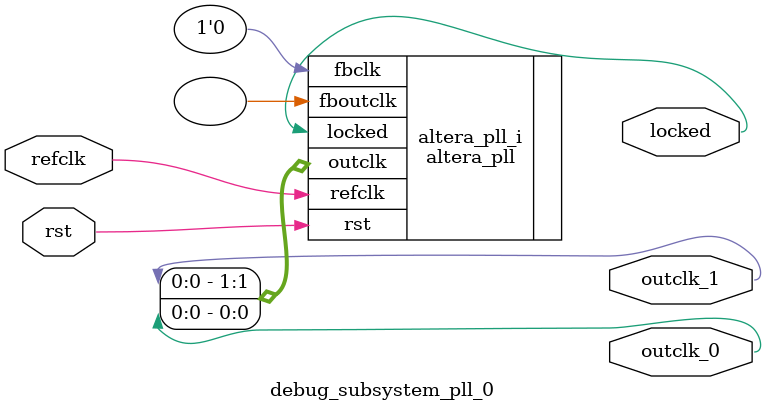
<source format=v>
`timescale 1ns/10ps
module  debug_subsystem_pll_0(

	// interface 'refclk'
	input wire refclk,

	// interface 'reset'
	input wire rst,

	// interface 'outclk0'
	output wire outclk_0,

	// interface 'outclk1'
	output wire outclk_1,

	// interface 'locked'
	output wire locked
);

	altera_pll #(
		.fractional_vco_multiplier("false"),
		.reference_clock_frequency("50.0 MHz"),
		.operation_mode("direct"),
		.number_of_clocks(2),
		.output_clock_frequency0("1.789819 MHz"),
		.phase_shift0("0 ps"),
		.duty_cycle0(50),
		.output_clock_frequency1("5.369458 MHz"),
		.phase_shift1("0 ps"),
		.duty_cycle1(50),
		.output_clock_frequency2("0 MHz"),
		.phase_shift2("0 ps"),
		.duty_cycle2(50),
		.output_clock_frequency3("0 MHz"),
		.phase_shift3("0 ps"),
		.duty_cycle3(50),
		.output_clock_frequency4("0 MHz"),
		.phase_shift4("0 ps"),
		.duty_cycle4(50),
		.output_clock_frequency5("0 MHz"),
		.phase_shift5("0 ps"),
		.duty_cycle5(50),
		.output_clock_frequency6("0 MHz"),
		.phase_shift6("0 ps"),
		.duty_cycle6(50),
		.output_clock_frequency7("0 MHz"),
		.phase_shift7("0 ps"),
		.duty_cycle7(50),
		.output_clock_frequency8("0 MHz"),
		.phase_shift8("0 ps"),
		.duty_cycle8(50),
		.output_clock_frequency9("0 MHz"),
		.phase_shift9("0 ps"),
		.duty_cycle9(50),
		.output_clock_frequency10("0 MHz"),
		.phase_shift10("0 ps"),
		.duty_cycle10(50),
		.output_clock_frequency11("0 MHz"),
		.phase_shift11("0 ps"),
		.duty_cycle11(50),
		.output_clock_frequency12("0 MHz"),
		.phase_shift12("0 ps"),
		.duty_cycle12(50),
		.output_clock_frequency13("0 MHz"),
		.phase_shift13("0 ps"),
		.duty_cycle13(50),
		.output_clock_frequency14("0 MHz"),
		.phase_shift14("0 ps"),
		.duty_cycle14(50),
		.output_clock_frequency15("0 MHz"),
		.phase_shift15("0 ps"),
		.duty_cycle15(50),
		.output_clock_frequency16("0 MHz"),
		.phase_shift16("0 ps"),
		.duty_cycle16(50),
		.output_clock_frequency17("0 MHz"),
		.phase_shift17("0 ps"),
		.duty_cycle17(50),
		.pll_type("General"),
		.pll_subtype("General")
	) altera_pll_i (
		.rst	(rst),
		.outclk	({outclk_1, outclk_0}),
		.locked	(locked),
		.fboutclk	( ),
		.fbclk	(1'b0),
		.refclk	(refclk)
	);
endmodule


</source>
